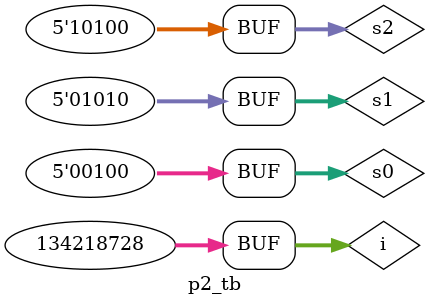
<source format=v>
module p2_tb;
wire [2:0]class3;
wire [4:0]cs;
wire [4:0]os0;
wire [4:0]os1;
wire [4:0]os2;
wire [15:0]ml;
wire [15:0]aluout;
reg [31:0]i;
reg [4:0]s0;
reg [4:0]s1;
reg [4:0]s2;
p2 my_gate(i,s0,s1,s2,class3,cs,os0,os1,os2,ml,aluout);
initial
begin
$monitor("i:%b class:%b CS:%b s0:%d s1:%d s2:%d ML:%d Aluout:%d",i,class3,cs,os0,os1,os2,ml,aluout); 
i = 32'b00000010001100101000000000100000;
s0 = 5'b00100;
s1 = 5'b01010;
s2 = 5'b10100;
#5
i = 32'b10001110001100000000000000100000;
s0 = 5'b00100;
s1 = 5'b01010;
s2 = 5'b10100;
#5
i = 32'b10101110001100000000000000100000;
s0 = 5'b00100;
s1 = 5'b01010;
s2 = 5'b10100;
#5
i = 32'b00010010000100010000000011001000;
s0 = 5'b00100;
s1 = 5'b01010;
s2 = 5'b10100;
#5
i = 32'b00001000000000000000001111101000;
s0 = 5'b00100;
s1 = 5'b01010;
s2 = 5'b10100;
end
endmodule


</source>
